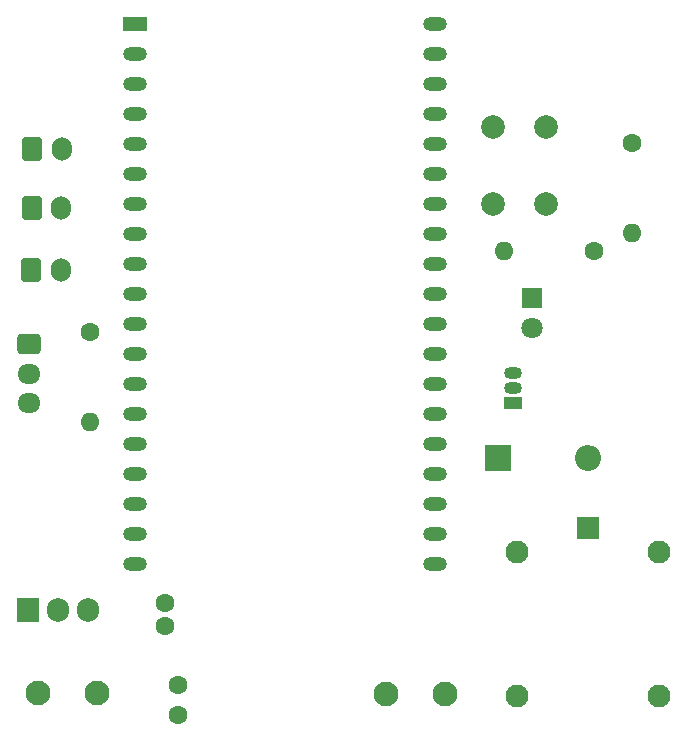
<source format=gbr>
%TF.GenerationSoftware,KiCad,Pcbnew,7.0.9-1.fc39*%
%TF.CreationDate,2023-11-27T01:07:48-03:00*%
%TF.ProjectId,TapBeerFlowControl_hardware,54617042-6565-4724-966c-6f77436f6e74,rev?*%
%TF.SameCoordinates,Original*%
%TF.FileFunction,Copper,L1,Top*%
%TF.FilePolarity,Positive*%
%FSLAX46Y46*%
G04 Gerber Fmt 4.6, Leading zero omitted, Abs format (unit mm)*
G04 Created by KiCad (PCBNEW 7.0.9-1.fc39) date 2023-11-27 01:07:48*
%MOMM*%
%LPD*%
G01*
G04 APERTURE LIST*
G04 Aperture macros list*
%AMRoundRect*
0 Rectangle with rounded corners*
0 $1 Rounding radius*
0 $2 $3 $4 $5 $6 $7 $8 $9 X,Y pos of 4 corners*
0 Add a 4 corners polygon primitive as box body*
4,1,4,$2,$3,$4,$5,$6,$7,$8,$9,$2,$3,0*
0 Add four circle primitives for the rounded corners*
1,1,$1+$1,$2,$3*
1,1,$1+$1,$4,$5*
1,1,$1+$1,$6,$7*
1,1,$1+$1,$8,$9*
0 Add four rect primitives between the rounded corners*
20,1,$1+$1,$2,$3,$4,$5,0*
20,1,$1+$1,$4,$5,$6,$7,0*
20,1,$1+$1,$6,$7,$8,$9,0*
20,1,$1+$1,$8,$9,$2,$3,0*%
G04 Aperture macros list end*
%TA.AperFunction,ComponentPad*%
%ADD10R,1.950000X1.950000*%
%TD*%
%TA.AperFunction,ComponentPad*%
%ADD11C,1.950000*%
%TD*%
%TA.AperFunction,ComponentPad*%
%ADD12C,2.100000*%
%TD*%
%TA.AperFunction,ComponentPad*%
%ADD13RoundRect,0.250000X-0.725000X0.600000X-0.725000X-0.600000X0.725000X-0.600000X0.725000X0.600000X0*%
%TD*%
%TA.AperFunction,ComponentPad*%
%ADD14O,1.950000X1.700000*%
%TD*%
%TA.AperFunction,ComponentPad*%
%ADD15R,1.905000X2.000000*%
%TD*%
%TA.AperFunction,ComponentPad*%
%ADD16O,1.905000X2.000000*%
%TD*%
%TA.AperFunction,ComponentPad*%
%ADD17R,2.200000X2.200000*%
%TD*%
%TA.AperFunction,ComponentPad*%
%ADD18O,2.200000X2.200000*%
%TD*%
%TA.AperFunction,ComponentPad*%
%ADD19C,1.600000*%
%TD*%
%TA.AperFunction,ComponentPad*%
%ADD20O,1.600000X1.600000*%
%TD*%
%TA.AperFunction,ComponentPad*%
%ADD21R,1.500000X1.050000*%
%TD*%
%TA.AperFunction,ComponentPad*%
%ADD22O,1.500000X1.050000*%
%TD*%
%TA.AperFunction,ComponentPad*%
%ADD23C,2.000000*%
%TD*%
%TA.AperFunction,ComponentPad*%
%ADD24R,1.800000X1.800000*%
%TD*%
%TA.AperFunction,ComponentPad*%
%ADD25C,1.800000*%
%TD*%
%TA.AperFunction,ComponentPad*%
%ADD26RoundRect,0.250000X-0.600000X-0.750000X0.600000X-0.750000X0.600000X0.750000X-0.600000X0.750000X0*%
%TD*%
%TA.AperFunction,ComponentPad*%
%ADD27O,1.700000X2.000000*%
%TD*%
%TA.AperFunction,ComponentPad*%
%ADD28R,2.000000X1.200000*%
%TD*%
%TA.AperFunction,ComponentPad*%
%ADD29O,2.000000X1.200000*%
%TD*%
G04 APERTURE END LIST*
D10*
%TO.P,K1,1,COM*%
%TO.N,+12V*%
X160610000Y-70700000D03*
D11*
%TO.P,K1,2,COIL_1*%
%TO.N,+5V*%
X154610000Y-72700000D03*
%TO.P,K1,3,N/O*%
%TO.N,Net-(J6-Pin_2)*%
X154610000Y-84900000D03*
%TO.P,K1,4,NC*%
%TO.N,unconnected-(K1-NC-Pad4)*%
X166610000Y-84900000D03*
%TO.P,K1,5,COIL_2*%
%TO.N,Net-(D2-A)*%
X166610000Y-72700000D03*
%TD*%
D12*
%TO.P,J6,1,Pin_1*%
%TO.N,GND*%
X143550000Y-84710000D03*
%TO.P,J6,2,Pin_2*%
%TO.N,Net-(J6-Pin_2)*%
X148550000Y-84710000D03*
%TD*%
D13*
%TO.P,J2,1,Pin_1*%
%TO.N,GND*%
X113300000Y-55100000D03*
D14*
%TO.P,J2,2,Pin_2*%
%TO.N,Net-(J2-Pin_2)*%
X113300000Y-57600000D03*
%TO.P,J2,3,Pin_3*%
%TO.N,+5V*%
X113300000Y-60100000D03*
%TD*%
D15*
%TO.P,U1,1,VI*%
%TO.N,+12V*%
X113180000Y-77610000D03*
D16*
%TO.P,U1,2,GND*%
%TO.N,GND*%
X115720000Y-77610000D03*
%TO.P,U1,3,VO*%
%TO.N,+5V*%
X118260000Y-77610000D03*
%TD*%
D17*
%TO.P,D2,1,K*%
%TO.N,+5V*%
X152980000Y-64690000D03*
D18*
%TO.P,D2,2,A*%
%TO.N,Net-(D2-A)*%
X160600000Y-64690000D03*
%TD*%
D19*
%TO.P,R3,1*%
%TO.N,GND*%
X161150000Y-47170000D03*
D20*
%TO.P,R3,2*%
%TO.N,Net-(D1-K)*%
X153530000Y-47170000D03*
%TD*%
D19*
%TO.P,C2,1*%
%TO.N,+5V*%
X124840000Y-76980000D03*
%TO.P,C2,2*%
%TO.N,GND*%
X124840000Y-78980000D03*
%TD*%
D12*
%TO.P,J1,1,Pin_1*%
%TO.N,GND*%
X114020000Y-84670000D03*
%TO.P,J1,2,Pin_2*%
%TO.N,+12V*%
X119020000Y-84670000D03*
%TD*%
D21*
%TO.P,Q1,1,C*%
%TO.N,Net-(D2-A)*%
X154250000Y-60050000D03*
D22*
%TO.P,Q1,2,B*%
%TO.N,Net-(Q1-B)*%
X154250000Y-58780000D03*
%TO.P,Q1,3,E*%
%TO.N,GND*%
X154250000Y-57510000D03*
%TD*%
D23*
%TO.P,SW1,1*%
%TO.N,Net-(U2-GPIO5)*%
X152600000Y-43220000D03*
X152600000Y-36720000D03*
%TO.P,SW1,2*%
%TO.N,GND*%
X157100000Y-43220000D03*
X157100000Y-36720000D03*
%TD*%
D19*
%TO.P,C1,1*%
%TO.N,+12V*%
X125940000Y-86480000D03*
%TO.P,C1,2*%
%TO.N,GND*%
X125940000Y-83980000D03*
%TD*%
D24*
%TO.P,D1,1,K*%
%TO.N,Net-(D1-K)*%
X155900000Y-51220000D03*
D25*
%TO.P,D1,2,A*%
%TO.N,Net-(D1-A)*%
X155900000Y-53760000D03*
%TD*%
D26*
%TO.P,J5,1,Pin_1*%
%TO.N,GND*%
X113500000Y-48780000D03*
D27*
%TO.P,J5,2,Pin_2*%
%TO.N,/SEL3*%
X116000000Y-48780000D03*
%TD*%
D19*
%TO.P,R1,1*%
%TO.N,Net-(J2-Pin_2)*%
X118430000Y-54080000D03*
D20*
%TO.P,R1,2*%
%TO.N,GND*%
X118430000Y-61700000D03*
%TD*%
D26*
%TO.P,J4,1,Pin_1*%
%TO.N,GND*%
X113520000Y-43560000D03*
D27*
%TO.P,J4,2,Pin_2*%
%TO.N,/SEL2*%
X116020000Y-43560000D03*
%TD*%
D28*
%TO.P,U2,1,3V3*%
%TO.N,unconnected-(U2-3V3-Pad1)*%
X122290000Y-28020000D03*
D29*
%TO.P,U2,2,CHIP_PU*%
%TO.N,unconnected-(U2-CHIP_PU-Pad2)*%
X122290000Y-30560000D03*
%TO.P,U2,3,SENSOR_VP/GPIO36/ADC1_CH0*%
%TO.N,unconnected-(U2-SENSOR_VP{slash}GPIO36{slash}ADC1_CH0-Pad3)*%
X122290000Y-33100000D03*
%TO.P,U2,4,SENSOR_VN/GPIO39/ADC1_CH3*%
%TO.N,unconnected-(U2-SENSOR_VN{slash}GPIO39{slash}ADC1_CH3-Pad4)*%
X122290000Y-35640000D03*
%TO.P,U2,5,VDET_1/GPIO34/ADC1_CH6*%
%TO.N,unconnected-(U2-VDET_1{slash}GPIO34{slash}ADC1_CH6-Pad5)*%
X122290000Y-38180000D03*
%TO.P,U2,6,VDET_2/GPIO35/ADC1_CH7*%
%TO.N,unconnected-(U2-VDET_2{slash}GPIO35{slash}ADC1_CH7-Pad6)*%
X122290000Y-40720000D03*
%TO.P,U2,7,32K_XP/GPIO32/ADC1_CH4*%
%TO.N,/SEL1*%
X122290000Y-43260000D03*
%TO.P,U2,8,32K_XN/GPIO33/ADC1_CH5*%
%TO.N,/SEL2*%
X122290000Y-45800000D03*
%TO.P,U2,9,DAC_1/ADC2_CH8/GPIO25*%
%TO.N,/SEL3*%
X122290000Y-48340000D03*
%TO.P,U2,10,DAC_2/ADC2_CH9/GPIO26*%
%TO.N,unconnected-(U2-DAC_2{slash}ADC2_CH9{slash}GPIO26-Pad10)*%
X122290000Y-50880000D03*
%TO.P,U2,11,ADC2_CH7/GPIO27*%
%TO.N,Net-(J2-Pin_2)*%
X122290000Y-53420000D03*
%TO.P,U2,12,MTMS/GPIO14/ADC2_CH6*%
%TO.N,unconnected-(U2-MTMS{slash}GPIO14{slash}ADC2_CH6-Pad12)*%
X122290000Y-55960000D03*
%TO.P,U2,13,MTDI/GPIO12/ADC2_CH5*%
%TO.N,unconnected-(U2-MTDI{slash}GPIO12{slash}ADC2_CH5-Pad13)*%
X122290000Y-58500000D03*
%TO.P,U2,14,GND*%
%TO.N,GND*%
X122290000Y-61040000D03*
%TO.P,U2,15,MTCK/GPIO13/ADC2_CH4*%
%TO.N,unconnected-(U2-MTCK{slash}GPIO13{slash}ADC2_CH4-Pad15)*%
X122290000Y-63580000D03*
%TO.P,U2,16,SD_DATA2/GPIO9*%
%TO.N,unconnected-(U2-SD_DATA2{slash}GPIO9-Pad16)*%
X122290000Y-66120000D03*
%TO.P,U2,17,SD_DATA3/GPIO10*%
%TO.N,unconnected-(U2-SD_DATA3{slash}GPIO10-Pad17)*%
X122290000Y-68660000D03*
%TO.P,U2,18,CMD*%
%TO.N,unconnected-(U2-CMD-Pad18)*%
X122290000Y-71200000D03*
%TO.P,U2,19,5V*%
%TO.N,+5V*%
X122290000Y-73740000D03*
%TO.P,U2,20,SD_CLK/GPIO6*%
%TO.N,unconnected-(U2-SD_CLK{slash}GPIO6-Pad20)*%
X147686320Y-73737280D03*
%TO.P,U2,21,SD_DATA0/GPIO7*%
%TO.N,unconnected-(U2-SD_DATA0{slash}GPIO7-Pad21)*%
X147686320Y-71197280D03*
%TO.P,U2,22,SD_DATA1/GPIO8*%
%TO.N,unconnected-(U2-SD_DATA1{slash}GPIO8-Pad22)*%
X147690000Y-68660000D03*
%TO.P,U2,23,MTDO/GPIO15/ADC2_CH3*%
%TO.N,unconnected-(U2-MTDO{slash}GPIO15{slash}ADC2_CH3-Pad23)*%
X147690000Y-66120000D03*
%TO.P,U2,24,ADC2_CH2/GPIO2*%
%TO.N,unconnected-(U2-ADC2_CH2{slash}GPIO2-Pad24)*%
X147690000Y-63580000D03*
%TO.P,U2,25,GPIO0/BOOT/ADC2_CH1*%
%TO.N,unconnected-(U2-GPIO0{slash}BOOT{slash}ADC2_CH1-Pad25)*%
X147690000Y-61040000D03*
%TO.P,U2,26,ADC2_CH0/GPIO4*%
%TO.N,unconnected-(U2-ADC2_CH0{slash}GPIO4-Pad26)*%
X147690000Y-58500000D03*
%TO.P,U2,27,GPIO16*%
%TO.N,unconnected-(U2-GPIO16-Pad27)*%
X147690000Y-55960000D03*
%TO.P,U2,28,GPIO17*%
%TO.N,Net-(D1-A)*%
X147690000Y-53420000D03*
%TO.P,U2,29,GPIO5*%
%TO.N,Net-(U2-GPIO5)*%
X147690000Y-50880000D03*
%TO.P,U2,30,GPIO18*%
%TO.N,unconnected-(U2-GPIO18-Pad30)*%
X147690000Y-48340000D03*
%TO.P,U2,31,GPIO19*%
%TO.N,unconnected-(U2-GPIO19-Pad31)*%
X147690000Y-45800000D03*
%TO.P,U2,32,GND*%
%TO.N,GND*%
X147690000Y-43260000D03*
%TO.P,U2,33,GPIO21*%
%TO.N,unconnected-(U2-GPIO21-Pad33)*%
X147690000Y-40720000D03*
%TO.P,U2,34,U0RXD/GPIO3*%
%TO.N,unconnected-(U2-U0RXD{slash}GPIO3-Pad34)*%
X147690000Y-38180000D03*
%TO.P,U2,35,U0TXD/GPIO1*%
%TO.N,unconnected-(U2-U0TXD{slash}GPIO1-Pad35)*%
X147690000Y-35640000D03*
%TO.P,U2,36,GPIO22*%
%TO.N,unconnected-(U2-GPIO22-Pad36)*%
X147690000Y-33100000D03*
%TO.P,U2,37,GPIO23*%
%TO.N,Net-(U2-GPIO23)*%
X147690000Y-30560000D03*
%TO.P,U2,38,GND*%
%TO.N,GND*%
X147690000Y-28020000D03*
%TD*%
D26*
%TO.P,J3,1,Pin_1*%
%TO.N,GND*%
X113550000Y-38550000D03*
D27*
%TO.P,J3,2,Pin_2*%
%TO.N,/SEL1*%
X116050000Y-38550000D03*
%TD*%
D19*
%TO.P,R2,1*%
%TO.N,Net-(U2-GPIO23)*%
X164320000Y-38060000D03*
D20*
%TO.P,R2,2*%
%TO.N,Net-(Q1-B)*%
X164320000Y-45680000D03*
%TD*%
M02*

</source>
